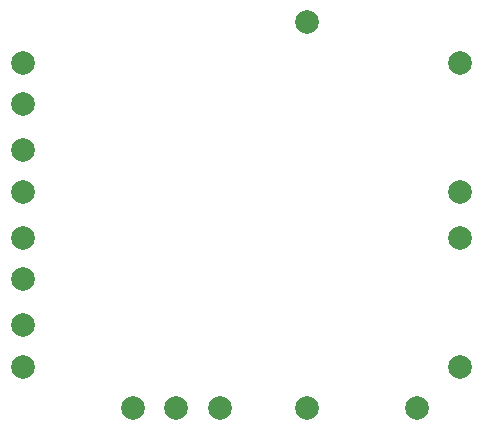
<source format=gbs>
%TF.GenerationSoftware,KiCad,Pcbnew,(5.1.9)-1*%
%TF.CreationDate,2022-08-30T23:25:40+02:00*%
%TF.ProjectId,adder,61646465-722e-46b6-9963-61645f706362,rev?*%
%TF.SameCoordinates,Original*%
%TF.FileFunction,Soldermask,Bot*%
%TF.FilePolarity,Negative*%
%FSLAX46Y46*%
G04 Gerber Fmt 4.6, Leading zero omitted, Abs format (unit mm)*
G04 Created by KiCad (PCBNEW (5.1.9)-1) date 2022-08-30 23:25:40*
%MOMM*%
%LPD*%
G01*
G04 APERTURE LIST*
%ADD10C,2.000000*%
G04 APERTURE END LIST*
D10*
%TO.C,TP403*%
X188700000Y-82800000D03*
%TD*%
%TO.C,TP402*%
X151700000Y-82800000D03*
%TD*%
%TO.C,TP401*%
X151700000Y-86300000D03*
%TD*%
%TO.C,TP303*%
X188700000Y-93700000D03*
%TD*%
%TO.C,TP302*%
X151700000Y-90200000D03*
%TD*%
%TO.C,TP301*%
X151700000Y-93700000D03*
%TD*%
%TO.C,TP203*%
X188700000Y-97600000D03*
%TD*%
%TO.C,TP202*%
X151700000Y-97600000D03*
%TD*%
%TO.C,TP201*%
X151700000Y-101100000D03*
%TD*%
%TO.C,TP8*%
X168350000Y-112000000D03*
%TD*%
%TO.C,TP7*%
X164650000Y-112000000D03*
%TD*%
%TO.C,TP6*%
X160950000Y-112000000D03*
%TD*%
%TO.C,TP5*%
X175750000Y-79300000D03*
%TD*%
%TO.C,TP4*%
X175750000Y-112000000D03*
%TD*%
%TO.C,TP3*%
X188700000Y-108500000D03*
%TD*%
%TO.C,TP2*%
X151700000Y-105000000D03*
%TD*%
%TO.C,TP1*%
X151700000Y-108500000D03*
%TD*%
%TO.C,TP0*%
X185000000Y-112000000D03*
%TD*%
M02*

</source>
